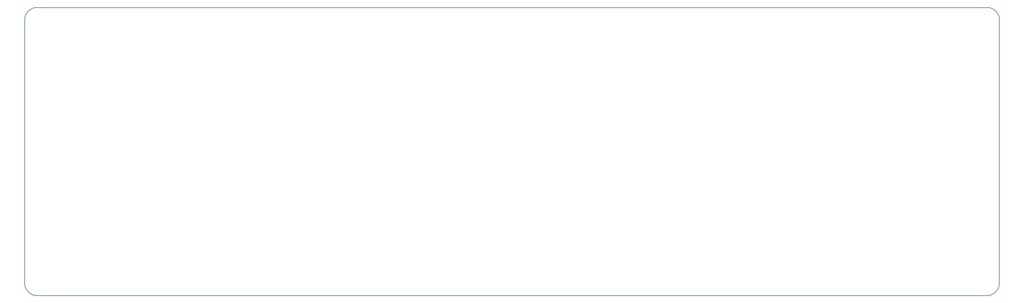
<source format=gm1>
%TF.GenerationSoftware,KiCad,Pcbnew,(5.1.5)-3*%
%TF.CreationDate,2020-03-30T21:53:17+02:00*%
%TF.ProjectId,UT51,55543531-2e6b-4696-9361-645f70636258,rev?*%
%TF.SameCoordinates,Original*%
%TF.FileFunction,Profile,NP*%
%FSLAX46Y46*%
G04 Gerber Fmt 4.6, Leading zero omitted, Abs format (unit mm)*
G04 Created by KiCad (PCBNEW (5.1.5)-3) date 2020-03-30 21:53:17*
%MOMM*%
%LPD*%
G04 APERTURE LIST*
%ADD10C,0.150000*%
G04 APERTURE END LIST*
D10*
X285750000Y-31750000D02*
G75*
G02X288925000Y-34925000I0J-3175000D01*
G01*
X288925000Y-104775000D02*
G75*
G02X285750000Y-107950000I-3175000J0D01*
G01*
X34925000Y-107950000D02*
G75*
G02X31750000Y-104775000I0J3175000D01*
G01*
X31750000Y-34925000D02*
G75*
G02X34925000Y-31750000I3175000J0D01*
G01*
X31750000Y-104775000D02*
X31750000Y-34925000D01*
X285750000Y-107950000D02*
X34925000Y-107950000D01*
X288925000Y-34925000D02*
X288925000Y-104775000D01*
X34925000Y-31750000D02*
X285750000Y-31750000D01*
M02*

</source>
